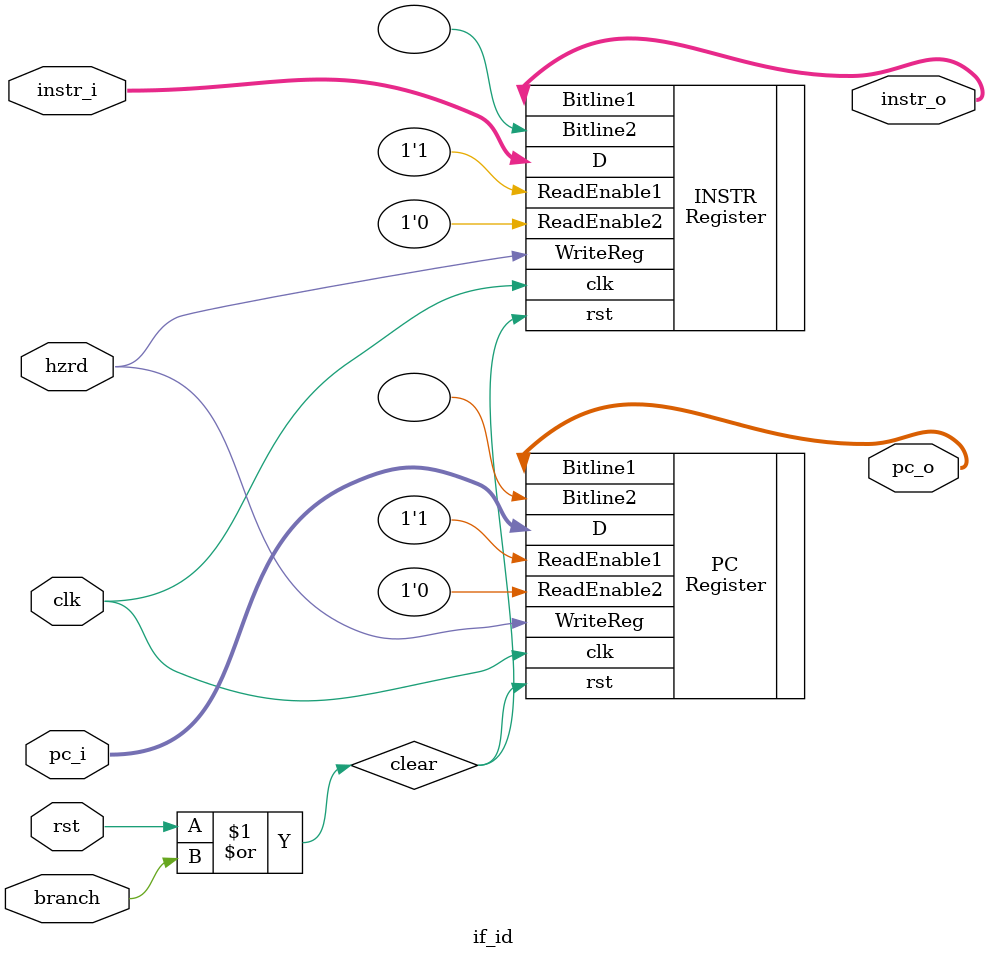
<source format=v>
`include "Register.v"

module if_id (input clk, rst, hzrd, branch, input [15:0] pc_i, instr_i, output [15:0] pc_o, instr_o);
	wire clear;
	assign clear = rst | branch;
	Register PC (.clk(clk), .rst(clear), .D(pc_i), .WriteReg(hzrd), .ReadEnable1(1'b1), .ReadEnable2(1'b0), .Bitline1(pc_o), .Bitline2());
	Register INSTR (.clk(clk), .rst(clear), .D(instr_i), .WriteReg(hzrd), .ReadEnable1(1'b1), .ReadEnable2(1'b0), .Bitline1(instr_o), .Bitline2());
endmodule

</source>
